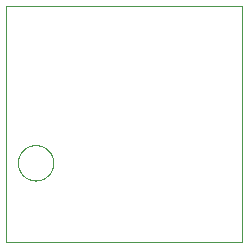
<source format=gbr>
G04 EAGLE Gerber RS-274X export*
G75*
%MOMM*%
%FSLAX34Y34*%
%LPD*%
%AMOC8*
5,1,8,0,0,1.08239X$1,22.5*%
G01*
%ADD10C,0.025400*%
%ADD11C,0.000000*%


D10*
X0Y0D02*
X200000Y0D01*
X200000Y200000D01*
X0Y200000D01*
X0Y0D01*
D11*
X10000Y67000D02*
X10005Y67368D01*
X10018Y67736D01*
X10041Y68103D01*
X10072Y68470D01*
X10113Y68836D01*
X10162Y69201D01*
X10221Y69564D01*
X10288Y69926D01*
X10364Y70287D01*
X10450Y70645D01*
X10543Y71001D01*
X10646Y71354D01*
X10757Y71705D01*
X10877Y72053D01*
X11005Y72398D01*
X11142Y72740D01*
X11287Y73079D01*
X11440Y73413D01*
X11602Y73744D01*
X11771Y74071D01*
X11949Y74393D01*
X12134Y74712D01*
X12327Y75025D01*
X12528Y75334D01*
X12736Y75637D01*
X12952Y75935D01*
X13175Y76228D01*
X13405Y76516D01*
X13642Y76798D01*
X13886Y77073D01*
X14136Y77343D01*
X14393Y77607D01*
X14657Y77864D01*
X14927Y78114D01*
X15202Y78358D01*
X15484Y78595D01*
X15772Y78825D01*
X16065Y79048D01*
X16363Y79264D01*
X16666Y79472D01*
X16975Y79673D01*
X17288Y79866D01*
X17607Y80051D01*
X17929Y80229D01*
X18256Y80398D01*
X18587Y80560D01*
X18921Y80713D01*
X19260Y80858D01*
X19602Y80995D01*
X19947Y81123D01*
X20295Y81243D01*
X20646Y81354D01*
X20999Y81457D01*
X21355Y81550D01*
X21713Y81636D01*
X22074Y81712D01*
X22436Y81779D01*
X22799Y81838D01*
X23164Y81887D01*
X23530Y81928D01*
X23897Y81959D01*
X24264Y81982D01*
X24632Y81995D01*
X25000Y82000D01*
X25368Y81995D01*
X25736Y81982D01*
X26103Y81959D01*
X26470Y81928D01*
X26836Y81887D01*
X27201Y81838D01*
X27564Y81779D01*
X27926Y81712D01*
X28287Y81636D01*
X28645Y81550D01*
X29001Y81457D01*
X29354Y81354D01*
X29705Y81243D01*
X30053Y81123D01*
X30398Y80995D01*
X30740Y80858D01*
X31079Y80713D01*
X31413Y80560D01*
X31744Y80398D01*
X32071Y80229D01*
X32393Y80051D01*
X32712Y79866D01*
X33025Y79673D01*
X33334Y79472D01*
X33637Y79264D01*
X33935Y79048D01*
X34228Y78825D01*
X34516Y78595D01*
X34798Y78358D01*
X35073Y78114D01*
X35343Y77864D01*
X35607Y77607D01*
X35864Y77343D01*
X36114Y77073D01*
X36358Y76798D01*
X36595Y76516D01*
X36825Y76228D01*
X37048Y75935D01*
X37264Y75637D01*
X37472Y75334D01*
X37673Y75025D01*
X37866Y74712D01*
X38051Y74393D01*
X38229Y74071D01*
X38398Y73744D01*
X38560Y73413D01*
X38713Y73079D01*
X38858Y72740D01*
X38995Y72398D01*
X39123Y72053D01*
X39243Y71705D01*
X39354Y71354D01*
X39457Y71001D01*
X39550Y70645D01*
X39636Y70287D01*
X39712Y69926D01*
X39779Y69564D01*
X39838Y69201D01*
X39887Y68836D01*
X39928Y68470D01*
X39959Y68103D01*
X39982Y67736D01*
X39995Y67368D01*
X40000Y67000D01*
X39995Y66632D01*
X39982Y66264D01*
X39959Y65897D01*
X39928Y65530D01*
X39887Y65164D01*
X39838Y64799D01*
X39779Y64436D01*
X39712Y64074D01*
X39636Y63713D01*
X39550Y63355D01*
X39457Y62999D01*
X39354Y62646D01*
X39243Y62295D01*
X39123Y61947D01*
X38995Y61602D01*
X38858Y61260D01*
X38713Y60921D01*
X38560Y60587D01*
X38398Y60256D01*
X38229Y59929D01*
X38051Y59607D01*
X37866Y59288D01*
X37673Y58975D01*
X37472Y58666D01*
X37264Y58363D01*
X37048Y58065D01*
X36825Y57772D01*
X36595Y57484D01*
X36358Y57202D01*
X36114Y56927D01*
X35864Y56657D01*
X35607Y56393D01*
X35343Y56136D01*
X35073Y55886D01*
X34798Y55642D01*
X34516Y55405D01*
X34228Y55175D01*
X33935Y54952D01*
X33637Y54736D01*
X33334Y54528D01*
X33025Y54327D01*
X32712Y54134D01*
X32393Y53949D01*
X32071Y53771D01*
X31744Y53602D01*
X31413Y53440D01*
X31079Y53287D01*
X30740Y53142D01*
X30398Y53005D01*
X30053Y52877D01*
X29705Y52757D01*
X29354Y52646D01*
X29001Y52543D01*
X28645Y52450D01*
X28287Y52364D01*
X27926Y52288D01*
X27564Y52221D01*
X27201Y52162D01*
X26836Y52113D01*
X26470Y52072D01*
X26103Y52041D01*
X25736Y52018D01*
X25368Y52005D01*
X25000Y52000D01*
X24632Y52005D01*
X24264Y52018D01*
X23897Y52041D01*
X23530Y52072D01*
X23164Y52113D01*
X22799Y52162D01*
X22436Y52221D01*
X22074Y52288D01*
X21713Y52364D01*
X21355Y52450D01*
X20999Y52543D01*
X20646Y52646D01*
X20295Y52757D01*
X19947Y52877D01*
X19602Y53005D01*
X19260Y53142D01*
X18921Y53287D01*
X18587Y53440D01*
X18256Y53602D01*
X17929Y53771D01*
X17607Y53949D01*
X17288Y54134D01*
X16975Y54327D01*
X16666Y54528D01*
X16363Y54736D01*
X16065Y54952D01*
X15772Y55175D01*
X15484Y55405D01*
X15202Y55642D01*
X14927Y55886D01*
X14657Y56136D01*
X14393Y56393D01*
X14136Y56657D01*
X13886Y56927D01*
X13642Y57202D01*
X13405Y57484D01*
X13175Y57772D01*
X12952Y58065D01*
X12736Y58363D01*
X12528Y58666D01*
X12327Y58975D01*
X12134Y59288D01*
X11949Y59607D01*
X11771Y59929D01*
X11602Y60256D01*
X11440Y60587D01*
X11287Y60921D01*
X11142Y61260D01*
X11005Y61602D01*
X10877Y61947D01*
X10757Y62295D01*
X10646Y62646D01*
X10543Y62999D01*
X10450Y63355D01*
X10364Y63713D01*
X10288Y64074D01*
X10221Y64436D01*
X10162Y64799D01*
X10113Y65164D01*
X10072Y65530D01*
X10041Y65897D01*
X10018Y66264D01*
X10005Y66632D01*
X10000Y67000D01*
M02*

</source>
